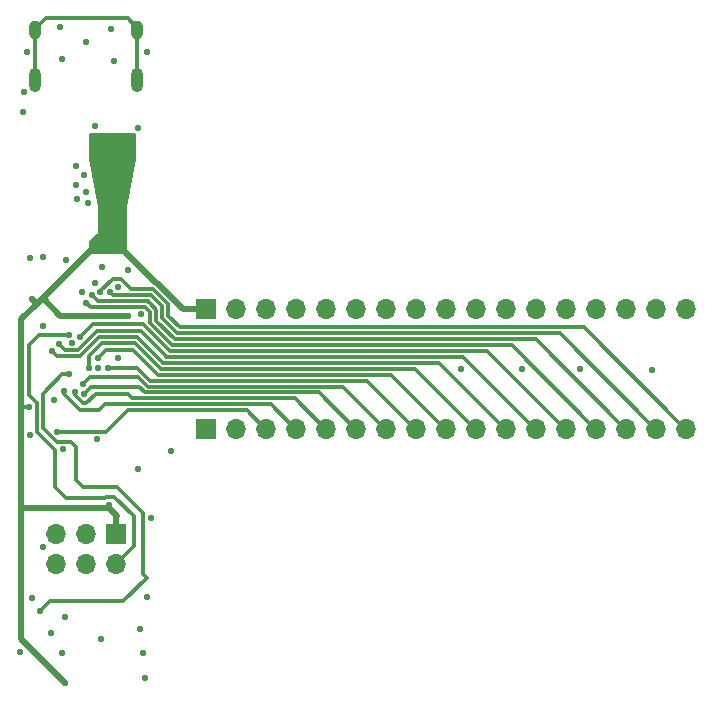
<source format=gbl>
%TF.GenerationSoftware,KiCad,Pcbnew,(6.0.9-0)*%
%TF.CreationDate,2022-12-21T10:02:25+01:00*%
%TF.ProjectId,BluerPill,426c7565-7250-4696-9c6c-2e6b69636164,rev?*%
%TF.SameCoordinates,Original*%
%TF.FileFunction,Copper,L4,Bot*%
%TF.FilePolarity,Positive*%
%FSLAX46Y46*%
G04 Gerber Fmt 4.6, Leading zero omitted, Abs format (unit mm)*
G04 Created by KiCad (PCBNEW (6.0.9-0)) date 2022-12-21 10:02:25*
%MOMM*%
%LPD*%
G01*
G04 APERTURE LIST*
%TA.AperFunction,ComponentPad*%
%ADD10O,1.000000X1.600000*%
%TD*%
%TA.AperFunction,ComponentPad*%
%ADD11O,1.000000X2.100000*%
%TD*%
%TA.AperFunction,ComponentPad*%
%ADD12R,1.700000X1.700000*%
%TD*%
%TA.AperFunction,ComponentPad*%
%ADD13O,1.700000X1.700000*%
%TD*%
%TA.AperFunction,ViaPad*%
%ADD14C,0.550000*%
%TD*%
%TA.AperFunction,Conductor*%
%ADD15C,0.500000*%
%TD*%
%TA.AperFunction,Conductor*%
%ADD16C,0.300000*%
%TD*%
G04 APERTURE END LIST*
D10*
%TO.P,J3,S1,SHIELD*%
%TO.N,unconnected-(J3-PadS1)*%
X90045000Y-98327500D03*
D11*
X90045000Y-102507500D03*
X81405000Y-102507500D03*
D10*
X81405000Y-98327500D03*
%TD*%
D12*
%TO.P,J4,1,Pin_1*%
%TO.N,+3.3V*%
X88250000Y-140965000D03*
D13*
%TO.P,J4,2,Pin_2*%
%TO.N,SWDIO*%
X88250000Y-143505000D03*
%TO.P,J4,3,Pin_3*%
%TO.N,nRST*%
X85710000Y-140965000D03*
%TO.P,J4,4,Pin_4*%
%TO.N,SWCLK*%
X85710000Y-143505000D03*
%TO.P,J4,5,Pin_5*%
%TO.N,GND*%
X83170000Y-140965000D03*
%TO.P,J4,6,Pin_6*%
%TO.N,SWO*%
X83170000Y-143505000D03*
%TD*%
D12*
%TO.P,J1,1,Pin_1*%
%TO.N,+3.3V*%
X95885000Y-121920000D03*
D13*
%TO.P,J1,2,Pin_2*%
%TO.N,GND*%
X98425000Y-121920000D03*
%TO.P,J1,3,Pin_3*%
%TO.N,VBUS*%
X100965000Y-121920000D03*
%TO.P,J1,4,Pin_4*%
%TO.N,PB13*%
X103505000Y-121920000D03*
%TO.P,J1,5,Pin_5*%
%TO.N,PB12*%
X106045000Y-121920000D03*
%TO.P,J1,6,Pin_6*%
%TO.N,PB11*%
X108585000Y-121920000D03*
%TO.P,J1,7,Pin_7*%
%TO.N,PB10*%
X111125000Y-121920000D03*
%TO.P,J1,8,Pin_8*%
%TO.N,PB1*%
X113665000Y-121920000D03*
%TO.P,J1,9,Pin_9*%
%TO.N,PB0*%
X116205000Y-121920000D03*
%TO.P,J1,10,Pin_10*%
%TO.N,PA7*%
X118745000Y-121920000D03*
%TO.P,J1,11,Pin_11*%
%TO.N,PA6*%
X121285000Y-121920000D03*
%TO.P,J1,12,Pin_12*%
%TO.N,PA5*%
X123825000Y-121920000D03*
%TO.P,J1,13,Pin_13*%
%TO.N,PA4*%
X126365000Y-121920000D03*
%TO.P,J1,14,Pin_14*%
%TO.N,PA3*%
X128905000Y-121920000D03*
%TO.P,J1,15,Pin_15*%
%TO.N,PA2*%
X131445000Y-121920000D03*
%TO.P,J1,16,Pin_16*%
%TO.N,PA1*%
X133985000Y-121920000D03*
%TO.P,J1,17,Pin_17*%
%TO.N,PA0*%
X136525000Y-121920000D03*
%TD*%
D12*
%TO.P,J2,1,Pin_1*%
%TO.N,+3.3V*%
X95885000Y-132080000D03*
D13*
%TO.P,J2,2,Pin_2*%
%TO.N,GND*%
X98425000Y-132080000D03*
%TO.P,J2,3,Pin_3*%
%TO.N,PC13*%
X100965000Y-132080000D03*
%TO.P,J2,4,Pin_4*%
%TO.N,PB9*%
X103505000Y-132080000D03*
%TO.P,J2,5,Pin_5*%
%TO.N,PC14*%
X106045000Y-132080000D03*
%TO.P,J2,6,Pin_6*%
%TO.N,PC15*%
X108585000Y-132080000D03*
%TO.P,J2,7,Pin_7*%
%TO.N,PB8*%
X111125000Y-132080000D03*
%TO.P,J2,8,Pin_8*%
%TO.N,PB5*%
X113665000Y-132080000D03*
%TO.P,J2,9,Pin_9*%
%TO.N,PB6*%
X116205000Y-132080000D03*
%TO.P,J2,10,Pin_10*%
%TO.N,PB7*%
X118745000Y-132080000D03*
%TO.P,J2,11,Pin_11*%
%TO.N,PB4*%
X121285000Y-132080000D03*
%TO.P,J2,12,Pin_12*%
%TO.N,PA15*%
X123825000Y-132080000D03*
%TO.P,J2,13,Pin_13*%
%TO.N,PA10*%
X126365000Y-132080000D03*
%TO.P,J2,14,Pin_14*%
%TO.N,PA9*%
X128905000Y-132080000D03*
%TO.P,J2,15,Pin_15*%
%TO.N,PA8*%
X131445000Y-132080000D03*
%TO.P,J2,16,Pin_16*%
%TO.N,PB14*%
X133985000Y-132080000D03*
%TO.P,J2,17,Pin_17*%
%TO.N,PB15*%
X136525000Y-132080000D03*
%TD*%
D14*
%TO.N,+3.3V*%
X88725000Y-110000000D03*
X81125000Y-121100000D03*
X80899500Y-130200000D03*
X87725000Y-111000000D03*
X86725000Y-112000000D03*
X83925000Y-153600000D03*
X87625000Y-109300000D03*
X89225000Y-122500000D03*
X86725000Y-110000000D03*
X88725000Y-112000000D03*
X87725000Y-112900000D03*
X87625000Y-138500000D03*
%TO.N,GND*%
X86925000Y-149900000D03*
X84825000Y-111400000D03*
X90125000Y-106600000D03*
X83925000Y-148000000D03*
X88025000Y-100900000D03*
X88425000Y-126100000D03*
X85325000Y-120500000D03*
X84825000Y-109800000D03*
X90525000Y-151100000D03*
X90725000Y-153200000D03*
X80387500Y-105277500D03*
X86425000Y-106400000D03*
X86725000Y-126900000D03*
X92925000Y-134000000D03*
X80125000Y-151000000D03*
X80425000Y-103600000D03*
X127525000Y-127000000D03*
X87825000Y-98200000D03*
X133625000Y-127100000D03*
X80925000Y-132600000D03*
X82725000Y-149400000D03*
X80925000Y-117600000D03*
X83525000Y-98100000D03*
X83625000Y-151100000D03*
X86425000Y-119700000D03*
X84025000Y-117800000D03*
X83025000Y-129600000D03*
X82075000Y-123350000D03*
X85725000Y-99300000D03*
X91225000Y-139600000D03*
X80725000Y-100200000D03*
X90225000Y-149000000D03*
X86625000Y-132974500D03*
X117425000Y-127000000D03*
X85725000Y-112000000D03*
X90825000Y-100200000D03*
X83625000Y-100800000D03*
X81125000Y-146400000D03*
X89225000Y-118600000D03*
X90125000Y-135500000D03*
X122625000Y-127000000D03*
X84525000Y-124800000D03*
X85825000Y-113000000D03*
X88425000Y-120100000D03*
X90825000Y-146300000D03*
X82025000Y-142100000D03*
X83725000Y-133800000D03*
X82025000Y-117500000D03*
X87025000Y-118400000D03*
X90325000Y-122400000D03*
X85525000Y-110600000D03*
X84925000Y-112600000D03*
%TO.N,PB9*%
X83825000Y-128900000D03*
%TO.N,PB8*%
X85425000Y-128300000D03*
%TO.N,PB7*%
X85925000Y-126900000D03*
%TO.N,PB6*%
X86725000Y-126100000D03*
%TO.N,PB5*%
X87525000Y-126900000D03*
%TO.N,PB4*%
X82825000Y-125500000D03*
%TO.N,PA15*%
X83425000Y-124900000D03*
%TO.N,PA10*%
X85225000Y-124300000D03*
%TO.N,PA9*%
X85725000Y-121400000D03*
%TO.N,PA8*%
X86187056Y-120711501D03*
%TO.N,PB15*%
X86904335Y-120494096D03*
%TO.N,PB14*%
X87725000Y-120500000D03*
%TO.N,PC13*%
X83275000Y-132350000D03*
%TO.N,PC14*%
X84725000Y-129000000D03*
%TO.N,PC15*%
X85508884Y-129100000D03*
%TO.N,SWDIO*%
X84225000Y-124100000D03*
%TO.N,BOOT0*%
X84225000Y-127428053D03*
X81825000Y-147500000D03*
%TD*%
D15*
%TO.N,+3.3V*%
X93893529Y-121920000D02*
X91673529Y-119700000D01*
X80200000Y-138775000D02*
X87600000Y-138775000D01*
D16*
X80899500Y-130200000D02*
X80425000Y-130200000D01*
D15*
X80225000Y-129300000D02*
X80225000Y-122800000D01*
X88325000Y-139500000D02*
X88250000Y-139575000D01*
X80225000Y-122800000D02*
X81525000Y-121500000D01*
X80200000Y-149875000D02*
X83925000Y-153600000D01*
X80200000Y-129975000D02*
X80200000Y-131825000D01*
X80200000Y-131825000D02*
X80200000Y-138775000D01*
X80225000Y-129300000D02*
X80200000Y-129325000D01*
D16*
X80425000Y-130200000D02*
X80200000Y-129975000D01*
D15*
X81125000Y-121100000D02*
X81525000Y-121500000D01*
X91673529Y-119700000D02*
X91625000Y-119700000D01*
X88250000Y-139575000D02*
X88250000Y-140965000D01*
X87825000Y-115900000D02*
X87125000Y-115900000D01*
X81525000Y-121500000D02*
X82025000Y-121000000D01*
X80200000Y-138775000D02*
X80200000Y-149875000D01*
X83525000Y-122500000D02*
X82025000Y-121000000D01*
X89225000Y-122500000D02*
X83525000Y-122500000D01*
X87125000Y-115900000D02*
X82025000Y-121000000D01*
X95885000Y-121920000D02*
X93893529Y-121920000D01*
X80200000Y-129325000D02*
X80200000Y-129975000D01*
X91625000Y-119700000D02*
X87825000Y-115900000D01*
X87600000Y-138775000D02*
X88325000Y-139500000D01*
D16*
%TO.N,PB9*%
X101325000Y-130000000D02*
X103405000Y-132080000D01*
X83825000Y-128900000D02*
X83825000Y-129150000D01*
X87325000Y-130000000D02*
X101325000Y-130000000D01*
X85200000Y-130525000D02*
X86800000Y-130525000D01*
X86800000Y-130525000D02*
X87325000Y-130000000D01*
X83825000Y-129150000D02*
X85200000Y-130525000D01*
%TO.N,PB8*%
X90117894Y-127700000D02*
X90917894Y-128500000D01*
X85425000Y-128300000D02*
X86025000Y-127700000D01*
X86025000Y-127700000D02*
X90117894Y-127700000D01*
X90917894Y-128500000D02*
X107445000Y-128500000D01*
X107445000Y-128500000D02*
X111025000Y-132080000D01*
%TO.N,PB7*%
X85925000Y-125914213D02*
X87039212Y-124800000D01*
X113565000Y-127000000D02*
X118645000Y-132080000D01*
X89810787Y-124800000D02*
X92010787Y-127000000D01*
X92010787Y-127000000D02*
X113565000Y-127000000D01*
X87039212Y-124800000D02*
X89810787Y-124800000D01*
X85925000Y-126900000D02*
X85925000Y-125914213D01*
%TO.N,PB6*%
X87425000Y-125400000D02*
X89703681Y-125400000D01*
X89703681Y-125400000D02*
X91803681Y-127500000D01*
X111525000Y-127500000D02*
X116105000Y-132080000D01*
X86725000Y-126100000D02*
X87425000Y-125400000D01*
X91803681Y-127500000D02*
X111525000Y-127500000D01*
%TO.N,PB5*%
X90025000Y-126900000D02*
X91125000Y-128000000D01*
X87525000Y-126900000D02*
X90025000Y-126900000D01*
X109485000Y-128000000D02*
X113565000Y-132080000D01*
X91125000Y-128000000D02*
X109485000Y-128000000D01*
%TO.N,PB4*%
X83250000Y-125925000D02*
X85207107Y-125925000D01*
X90025000Y-124307107D02*
X92217893Y-126500000D01*
X92217893Y-126500000D02*
X115605000Y-126500000D01*
X82825000Y-125500000D02*
X83250000Y-125925000D01*
X90025000Y-124300000D02*
X90025000Y-124307107D01*
X86832106Y-124300000D02*
X90025000Y-124300000D01*
X85207107Y-125925000D02*
X86832106Y-124300000D01*
X115605000Y-126500000D02*
X121185000Y-132080000D01*
%TO.N,PA15*%
X83425000Y-124900000D02*
X83950000Y-125425000D01*
X117645000Y-126000000D02*
X93700000Y-126000000D01*
X85000000Y-125425000D02*
X86625000Y-123800000D01*
X86625000Y-123800000D02*
X90325000Y-123800000D01*
X93700000Y-126000000D02*
X92425000Y-126000000D01*
X90325000Y-123800000D02*
X92525000Y-126000000D01*
X83950000Y-125425000D02*
X85000000Y-125425000D01*
X123725000Y-132080000D02*
X117645000Y-126000000D01*
%TO.N,PA10*%
X90496576Y-123200000D02*
X86325000Y-123200000D01*
X92796576Y-125500000D02*
X90496576Y-123200000D01*
X119685000Y-125500000D02*
X92796576Y-125500000D01*
X126265000Y-132080000D02*
X119685000Y-125500000D01*
X86325000Y-123200000D02*
X85225000Y-124300000D01*
%TO.N,PA9*%
X86100000Y-121775000D02*
X85725000Y-121400000D01*
X93003682Y-125000000D02*
X91125000Y-123121318D01*
X90150000Y-121775000D02*
X86100000Y-121775000D01*
X90692894Y-121775000D02*
X91125000Y-122207106D01*
X91125000Y-123121318D02*
X91125000Y-122207106D01*
X128805000Y-132080000D02*
X121725000Y-125000000D01*
X121725000Y-125000000D02*
X93003682Y-125000000D01*
X90150000Y-121775000D02*
X90692894Y-121775000D01*
%TO.N,PA8*%
X86738851Y-121275000D02*
X86738851Y-121263296D01*
X86738851Y-121263296D02*
X86187056Y-120711501D01*
X86738851Y-121275000D02*
X90900000Y-121275000D01*
X131345000Y-132080000D02*
X123765000Y-124500000D01*
X93210788Y-124500000D02*
X91625000Y-122914212D01*
X90950000Y-121325000D02*
X91075000Y-121450000D01*
X91175000Y-121550000D02*
X91075000Y-121450000D01*
X91625000Y-122000000D02*
X91175000Y-121550000D01*
X90900000Y-121275000D02*
X91175000Y-121550000D01*
X123765000Y-124500000D02*
X93210788Y-124500000D01*
X91625000Y-122914212D02*
X91625000Y-122000000D01*
%TO.N,PB15*%
X87941116Y-119400000D02*
X86904335Y-120436781D01*
X88625000Y-119400000D02*
X87941116Y-119400000D01*
X92625000Y-121500000D02*
X91400001Y-120275000D01*
X91400001Y-120275000D02*
X89500000Y-120275000D01*
X93625000Y-123500000D02*
X92625000Y-122500000D01*
X92625000Y-122500000D02*
X92625000Y-121500000D01*
X127845000Y-123500000D02*
X93625000Y-123500000D01*
X86904335Y-120436781D02*
X86904335Y-120494096D01*
X89500000Y-120275000D02*
X88625000Y-119400000D01*
X136425000Y-132080000D02*
X127845000Y-123500000D01*
%TO.N,PB14*%
X87725000Y-120500000D02*
X88000000Y-120775000D01*
X92125000Y-122707106D02*
X93417894Y-124000000D01*
X91192894Y-120775000D02*
X92125000Y-121707106D01*
X93417894Y-124000000D02*
X125805000Y-124000000D01*
X92125000Y-121707106D02*
X92125000Y-122707106D01*
X125805000Y-124000000D02*
X133885000Y-132080000D01*
X88000000Y-120775000D02*
X91192894Y-120775000D01*
%TO.N,PC13*%
X87375000Y-132350000D02*
X89225000Y-130500000D01*
X83275000Y-132350000D02*
X87375000Y-132350000D01*
X89225000Y-130500000D02*
X99285000Y-130500000D01*
X99285000Y-130500000D02*
X100865000Y-132080000D01*
%TO.N,PC14*%
X103365000Y-129500000D02*
X89625000Y-129500000D01*
X89225000Y-129100000D02*
X86525000Y-129100000D01*
X85725000Y-129900000D02*
X85425000Y-129900000D01*
X86525000Y-129100000D02*
X85725000Y-129900000D01*
X84725000Y-129200000D02*
X84725000Y-129000000D01*
X105945000Y-132080000D02*
X103365000Y-129500000D01*
X89625000Y-129500000D02*
X89225000Y-129100000D01*
X85425000Y-129900000D02*
X84725000Y-129200000D01*
%TO.N,PC15*%
X90210788Y-128500000D02*
X90710788Y-129000000D01*
X86108884Y-128500000D02*
X90210788Y-128500000D01*
X105405000Y-129000000D02*
X108485000Y-132080000D01*
X90710788Y-129000000D02*
X105405000Y-129000000D01*
X85508884Y-129100000D02*
X86108884Y-128500000D01*
%TO.N,unconnected-(J3-PadS1)*%
X90045000Y-98327500D02*
X90045000Y-102507500D01*
X81405000Y-102507500D02*
X81405000Y-98327500D01*
X81405000Y-98327500D02*
X81405000Y-98220000D01*
X90045000Y-98120000D02*
X90045000Y-98327500D01*
X81405000Y-98220000D02*
X82325000Y-97300000D01*
X89225000Y-97300000D02*
X90045000Y-98120000D01*
X82325000Y-97300000D02*
X89225000Y-97300000D01*
%TO.N,SWDIO*%
X81525000Y-129900000D02*
X81525000Y-132316116D01*
X87366116Y-137875000D02*
X88100000Y-137875000D01*
X81725000Y-124100000D02*
X80825000Y-125000000D01*
X87341116Y-137900000D02*
X87366116Y-137875000D01*
X89725000Y-142030000D02*
X88250000Y-143505000D01*
X81525000Y-132316116D02*
X83100000Y-133891116D01*
X84225000Y-124100000D02*
X81725000Y-124100000D01*
X83100000Y-133891116D02*
X83100000Y-136975000D01*
X80825000Y-125000000D02*
X80825000Y-129200000D01*
X89725000Y-139500000D02*
X89725000Y-142030000D01*
X84025000Y-137900000D02*
X87341116Y-137900000D01*
X83100000Y-136975000D02*
X84025000Y-137900000D01*
X88100000Y-137875000D02*
X89725000Y-139500000D01*
X80825000Y-129200000D02*
X81525000Y-129900000D01*
%TO.N,BOOT0*%
X84825000Y-133600000D02*
X84400000Y-133175000D01*
X83216116Y-133175000D02*
X82933058Y-132891942D01*
X90525000Y-144400000D02*
X90525000Y-139200000D01*
X82025000Y-129100000D02*
X82025000Y-131983884D01*
X82625000Y-146700000D02*
X88825000Y-146700000D01*
X82025000Y-131983884D02*
X82933058Y-132891942D01*
X85425000Y-137000000D02*
X84825000Y-136400000D01*
X84400000Y-133175000D02*
X83216116Y-133175000D01*
X84225000Y-127428053D02*
X83696947Y-127428053D01*
X81825000Y-147500000D02*
X82625000Y-146700000D01*
X90825000Y-144700000D02*
X90525000Y-144400000D01*
X83696947Y-127428053D02*
X82025000Y-129100000D01*
X88825000Y-146700000D02*
X90825000Y-144700000D01*
X84825000Y-136400000D02*
X84825000Y-133600000D01*
X88325000Y-137000000D02*
X85425000Y-137000000D01*
X90525000Y-139200000D02*
X88325000Y-137000000D01*
%TD*%
%TA.AperFunction,Conductor*%
%TO.N,+3.3V*%
G36*
X89689393Y-107002863D02*
G01*
X89741602Y-107013248D01*
X89795312Y-107035495D01*
X89827134Y-107056757D01*
X89868244Y-107097867D01*
X89889505Y-107129687D01*
X89911752Y-107183398D01*
X89922137Y-107235607D01*
X89925000Y-107264675D01*
X89925000Y-109172247D01*
X89924827Y-109179423D01*
X89924186Y-109192717D01*
X89922809Y-109206975D01*
X89920885Y-109220198D01*
X89919690Y-109227214D01*
X89125000Y-113300000D01*
X89125000Y-117035325D01*
X89122137Y-117064393D01*
X89111752Y-117116602D01*
X89089505Y-117170313D01*
X89068244Y-117202133D01*
X89027134Y-117243243D01*
X88995313Y-117264505D01*
X88941602Y-117286752D01*
X88889393Y-117297137D01*
X88860325Y-117300000D01*
X86189675Y-117300000D01*
X86160607Y-117297137D01*
X86108398Y-117286752D01*
X86054687Y-117264505D01*
X86022866Y-117243243D01*
X85981756Y-117202133D01*
X85960495Y-117170313D01*
X85938248Y-117116602D01*
X85927863Y-117064393D01*
X85925000Y-117035325D01*
X85925000Y-116329371D01*
X85928367Y-116297876D01*
X85940530Y-116241635D01*
X85966559Y-116184272D01*
X86000877Y-116138081D01*
X86022361Y-116114809D01*
X86633649Y-115579932D01*
X86633650Y-115579931D01*
X86639626Y-115574702D01*
X86725000Y-115500000D01*
X86725000Y-113300000D01*
X85930310Y-109227214D01*
X85929115Y-109220198D01*
X85927191Y-109206975D01*
X85925814Y-109192717D01*
X85925173Y-109179423D01*
X85925000Y-109172247D01*
X85925000Y-107264675D01*
X85927863Y-107235607D01*
X85938248Y-107183398D01*
X85960495Y-107129687D01*
X85981756Y-107097867D01*
X86022866Y-107056757D01*
X86054688Y-107035495D01*
X86108398Y-107013248D01*
X86160607Y-107002863D01*
X86189675Y-107000000D01*
X89660325Y-107000000D01*
X89689393Y-107002863D01*
G37*
%TD.AperFunction*%
%TD*%
M02*

</source>
